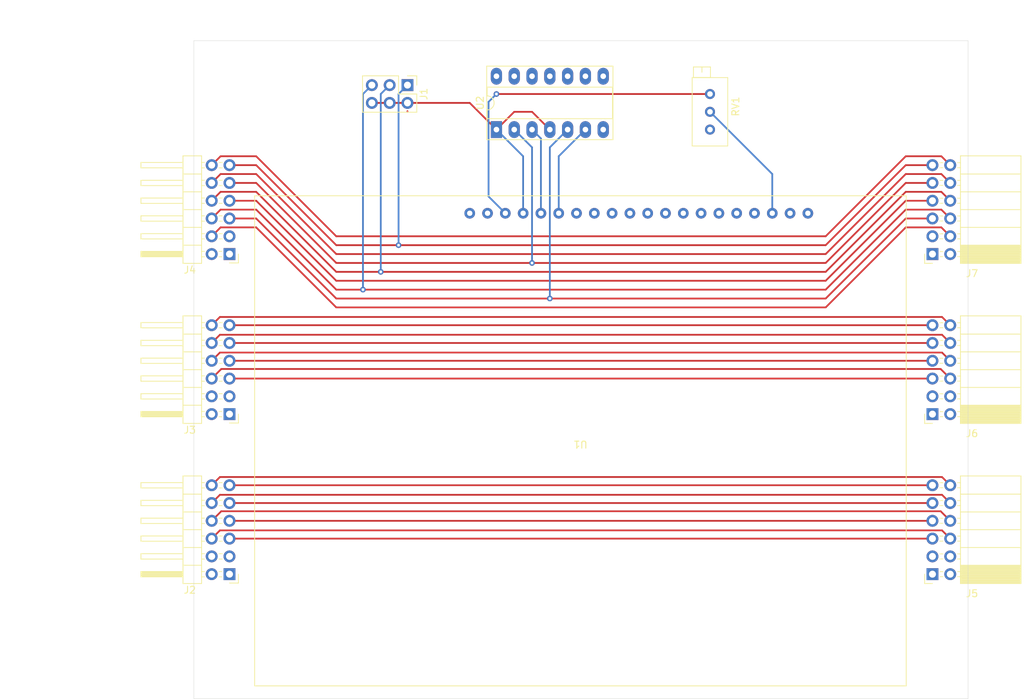
<source format=kicad_pcb>
(kicad_pcb (version 20211014) (generator pcbnew)
  (layers (0 "F.Cu" signal) (31 "B.Cu" signal) (34 "B.Paste" user "B.Plakken") (35 "F.Paste" user "F.Plakken") (36 "B.SilkS" user "B.Silkscreen") (37 "F.SilkS" user "F.Silkscreen") (38 "B.Mask" user) (39 "F.Mask" user "F. masker") (44 "Edge.Cuts" user))
  (net 0 "")
  (net 1 "SCL")
  (net 2 "SDA")
  (net 3 "PMOD_UART_INT")
  (net 4 "PMOD_UART_CTS")
  (net 5 "PMOD_UART_TXD")
  (net 6 "PMOD_UART_GPIO3")
  (net 7 "PMOD_UART_RXD")
  (net 8 "PMOD_UART_GPIO4")
  (net 9 "PMOD_UART_RTS")
  (net 10 "PMOD_SPI_INT")
  (net 11 "PMOD_SPI_CS")
  (net 12 "PMOD_SPI_RESET")
  (net 13 "PMOD_SPI_MOSI")
  (net 14 "PMOD_SPI_CS2")
  (net 15 "PMOD_SPI_MISO")
  (net 16 "PMOD_SPI_CS3")
  (net 17 "PMOD_SPI_SCK")
  (net 18 "PMOD_I2C_GPIO1")
  (net 19 "PMOD_I2C_INT")
  (net 20 "PMOD_I2C_GPIO2")
  (net 21 "PMOD_I2C_RESET")
  (net 22 "PMOD_I2C_GPIO3")
  (net 23 "PMOD_I2C_GPIO4")
  (net 24 "CS")
  (net 25 "Net-(U1-Pad18)")
  (net 29 "Net-(U1-Pad3)")
  (net 30 "SID")
  (net 31 "SCLK")
  (net 32 "VCC")
  (net 33 "GND")
  (net 34 "PMOD_UART_RESET")
  (footprint "Connector_PinHeader_2.54mm:PinHeader_2x06_P2.54mm_Horizontal" (layer "F.Cu") (at 63.5 119.38 180)
    (fp_text reference "J2" (at 5.655 -2.27) (layer "F.SilkS"))
    (fp_text value "~")
    (pad "1" thru_hole rect (at 0 0 180) (size 1.7 1.7) (drill 1) (layers *.Cu *.Mask) (net 32 "VCC"))
    (pad "2" thru_hole oval (at 2.54 0 180) (size 1.7 1.7) (drill 1) (layers *.Cu *.Mask) (net 32 "VCC"))
    (pad "3" thru_hole oval (at 0 2.54 180) (size 1.7 1.7) (drill 1) (layers *.Cu *.Mask) (net 33 "GND"))
    (pad "4" thru_hole oval (at 2.54 2.54 180) (size 1.7 1.7) (drill 1) (layers *.Cu *.Mask) (net 33 "GND"))
    (pad "5" thru_hole oval (at 0 5.08 180) (size 1.7 1.7) (drill 1) (layers *.Cu *.Mask) (net 2 "SDA"))
    (pad "6" thru_hole oval (at 2.54 5.08 180) (size 1.7 1.7) (drill 1) (layers *.Cu *.Mask) (net 23 "PMOD_I2C_GPIO4"))
    (pad "7" thru_hole oval (at 0 7.62 180) (size 1.7 1.7) (drill 1) (layers *.Cu *.Mask) (net 1 "SCL"))
    (pad "8" thru_hole oval (at 2.54 7.62 180) (size 1.7 1.7) (drill 1) (layers *.Cu *.Mask) (net 22 "PMOD_I2C_GPIO3"))
    (pad "9" thru_hole oval (at 0 10.16 180) (size 1.7 1.7) (drill 1) (layers *.Cu *.Mask) (net 21 "PMOD_I2C_RESET"))
    (pad "10" thru_hole oval (at 2.54 10.16 180) (size 1.7 1.7) (drill 1) (layers *.Cu *.Mask) (net 20 "PMOD_I2C_GPIO2"))
    (pad "11" thru_hole oval (at 0 12.7 180) (size 1.7 1.7) (drill 1) (layers *.Cu *.Mask) (net 19 "PMOD_I2C_INT"))
    (pad "12" thru_hole oval (at 2.54 12.7 180) (size 1.7 1.7) (drill 1) (layers *.Cu *.Mask) (net 18 "PMOD_I2C_GPIO1"))
  )
  (footprint "Connector_PinHeader_2.54mm:PinHeader_2x06_P2.54mm_Horizontal" (layer "F.Cu") (at 63.5 96.52 180)
    (fp_text reference "J3" (at 5.655 -2.27) (layer "F.SilkS"))
    (fp_text value "~")
    (pad "1" thru_hole rect (at 0 0 180) (size 1.7 1.7) (drill 1) (layers *.Cu *.Mask) (net 32 "VCC"))
    (pad "2" thru_hole oval (at 2.54 0 180) (size 1.7 1.7) (drill 1) (layers *.Cu *.Mask) (net 32 "VCC"))
    (pad "3" thru_hole oval (at 0 2.54 180) (size 1.7 1.7) (drill 1) (layers *.Cu *.Mask) (net 33 "GND"))
    (pad "4" thru_hole oval (at 2.54 2.54 180) (size 1.7 1.7) (drill 1) (layers *.Cu *.Mask) (net 33 "GND"))
    (pad "5" thru_hole oval (at 0 5.08 180) (size 1.7 1.7) (drill 1) (layers *.Cu *.Mask) (net 9 "PMOD_UART_RTS"))
    (pad "6" thru_hole oval (at 2.54 5.08 180) (size 1.7 1.7) (drill 1) (layers *.Cu *.Mask) (net 8 "PMOD_UART_GPIO4"))
    (pad "7" thru_hole oval (at 0 7.62 180) (size 1.7 1.7) (drill 1) (layers *.Cu *.Mask) (net 7 "PMOD_UART_RXD"))
    (pad "8" thru_hole oval (at 2.54 7.62 180) (size 1.7 1.7) (drill 1) (layers *.Cu *.Mask) (net 6 "PMOD_UART_GPIO3"))
    (pad "9" thru_hole oval (at 0 10.16 180) (size 1.7 1.7) (drill 1) (layers *.Cu *.Mask) (net 5 "PMOD_UART_TXD"))
    (pad "10" thru_hole oval (at 2.54 10.16 180) (size 1.7 1.7) (drill 1) (layers *.Cu *.Mask) (net 34 "PMOD_UART_RESET"))
    (pad "11" thru_hole oval (at 0 12.7 180) (size 1.7 1.7) (drill 1) (layers *.Cu *.Mask) (net 4 "PMOD_UART_CTS"))
    (pad "12" thru_hole oval (at 2.54 12.7 180) (size 1.7 1.7) (drill 1) (layers *.Cu *.Mask) (net 3 "PMOD_UART_INT"))
  )
  (footprint "Connector_PinHeader_2.54mm:PinHeader_2x06_P2.54mm_Horizontal" (layer "F.Cu") (at 63.5 73.66 180)
    (fp_text reference "J4" (at 5.655 -2.27) (layer "F.SilkS"))
    (fp_text value "~")
    (pad "1" thru_hole rect (at 0 0 180) (size 1.7 1.7) (drill 1) (layers *.Cu *.Mask) (net 32 "VCC"))
    (pad "2" thru_hole oval (at 2.54 0 180) (size 1.7 1.7) (drill 1) (layers *.Cu *.Mask) (net 32 "VCC"))
    (pad "3" thru_hole oval (at 0 2.54 180) (size 1.7 1.7) (drill 1) (layers *.Cu *.Mask) (net 33 "GND"))
    (pad "4" thru_hole oval (at 2.54 2.54 180) (size 1.7 1.7) (drill 1) (layers *.Cu *.Mask) (net 33 "GND"))
    (pad "5" thru_hole oval (at 0 5.08 180) (size 1.7 1.7) (drill 1) (layers *.Cu *.Mask) (net 17 "PMOD_SPI_SCK"))
    (pad "6" thru_hole oval (at 2.54 5.08 180) (size 1.7 1.7) (drill 1) (layers *.Cu *.Mask) (net 16 "PMOD_SPI_CS3"))
    (pad "7" thru_hole oval (at 0 7.62 180) (size 1.7 1.7) (drill 1) (layers *.Cu *.Mask) (net 15 "PMOD_SPI_MISO"))
    (pad "8" thru_hole oval (at 2.54 7.62 180) (size 1.7 1.7) (drill 1) (layers *.Cu *.Mask) (net 14 "PMOD_SPI_CS2"))
    (pad "9" thru_hole oval (at 0 10.16 180) (size 1.7 1.7) (drill 1) (layers *.Cu *.Mask) (net 13 "PMOD_SPI_MOSI"))
    (pad "10" thru_hole oval (at 2.54 10.16 180) (size 1.7 1.7) (drill 1) (layers *.Cu *.Mask) (net 12 "PMOD_SPI_RESET"))
    (pad "11" thru_hole oval (at 0 12.7 180) (size 1.7 1.7) (drill 1) (layers *.Cu *.Mask) (net 11 "PMOD_SPI_CS"))
    (pad "12" thru_hole oval (at 2.54 12.7 180) (size 1.7 1.7) (drill 1) (layers *.Cu *.Mask) (net 10 "PMOD_SPI_INT"))
  )
  (footprint "Connector_PinSocket_2.54mm:PinSocket_2x06_P2.54mm_Horizontal" (layer "F.Cu") (at 163.83 119.38 180)
    (fp_text reference "J5" (at -5.65 -2.77) (layer "F.SilkS"))
    (fp_text value "~")
    (pad "1" thru_hole rect (at 0 0 180) (size 1.7 1.7) (drill 1) (layers *.Cu *.Mask) (net 32 "VCC"))
    (pad "2" thru_hole oval (at -2.54 0 180) (size 1.7 1.7) (drill 1) (layers *.Cu *.Mask) (net 32 "VCC"))
    (pad "3" thru_hole oval (at 0 2.54 180) (size 1.7 1.7) (drill 1) (layers *.Cu *.Mask) (net 33 "GND"))
    (pad "4" thru_hole oval (at -2.54 2.54 180) (size 1.7 1.7) (drill 1) (layers *.Cu *.Mask) (net 33 "GND"))
    (pad "5" thru_hole oval (at 0 5.08 180) (size 1.7 1.7) (drill 1) (layers *.Cu *.Mask) (net 2 "SDA"))
    (pad "6" thru_hole oval (at -2.54 5.08 180) (size 1.7 1.7) (drill 1) (layers *.Cu *.Mask) (net 23 "PMOD_I2C_GPIO4"))
    (pad "7" thru_hole oval (at 0 7.62 180) (size 1.7 1.7) (drill 1) (layers *.Cu *.Mask) (net 1 "SCL"))
    (pad "8" thru_hole oval (at -2.54 7.62 180) (size 1.7 1.7) (drill 1) (layers *.Cu *.Mask) (net 22 "PMOD_I2C_GPIO3"))
    (pad "9" thru_hole oval (at 0 10.16 180) (size 1.7 1.7) (drill 1) (layers *.Cu *.Mask) (net 21 "PMOD_I2C_RESET"))
    (pad "10" thru_hole oval (at -2.54 10.16 180) (size 1.7 1.7) (drill 1) (layers *.Cu *.Mask) (net 20 "PMOD_I2C_GPIO2"))
    (pad "11" thru_hole oval (at 0 12.7 180) (size 1.7 1.7) (drill 1) (layers *.Cu *.Mask) (net 19 "PMOD_I2C_INT"))
    (pad "12" thru_hole oval (at -2.54 12.7 180) (size 1.7 1.7) (drill 1) (layers *.Cu *.Mask) (net 18 "PMOD_I2C_GPIO1"))
  )
  (footprint "Connector_PinSocket_2.54mm:PinSocket_2x06_P2.54mm_Horizontal" (layer "F.Cu") (at 163.83 73.66 180)
    (fp_text reference "J7" (at -5.65 -2.77) (layer "F.SilkS"))
    (fp_text value "~")
    (pad "1" thru_hole rect (at 0 0 180) (size 1.7 1.7) (drill 1) (layers *.Cu *.Mask) (net 32 "VCC"))
    (pad "2" thru_hole oval (at -2.54 0 180) (size 1.7 1.7) (drill 1) (layers *.Cu *.Mask) (net 32 "VCC"))
    (pad "3" thru_hole oval (at 0 2.54 180) (size 1.7 1.7) (drill 1) (layers *.Cu *.Mask) (net 33 "GND"))
    (pad "4" thru_hole oval (at -2.54 2.54 180) (size 1.7 1.7) (drill 1) (layers *.Cu *.Mask) (net 33 "GND"))
    (pad "5" thru_hole oval (at 0 5.08 180) (size 1.7 1.7) (drill 1) (layers *.Cu *.Mask) (net 17 "PMOD_SPI_SCK"))
    (pad "6" thru_hole oval (at -2.54 5.08 180) (size 1.7 1.7) (drill 1) (layers *.Cu *.Mask) (net 16 "PMOD_SPI_CS3"))
    (pad "7" thru_hole oval (at 0 7.62 180) (size 1.7 1.7) (drill 1) (layers *.Cu *.Mask) (net 15 "PMOD_SPI_MISO"))
    (pad "8" thru_hole oval (at -2.54 7.62 180) (size 1.7 1.7) (drill 1) (layers *.Cu *.Mask) (net 14 "PMOD_SPI_CS2"))
    (pad "9" thru_hole oval (at 0 10.16 180) (size 1.7 1.7) (drill 1) (layers *.Cu *.Mask) (net 13 "PMOD_SPI_MOSI"))
    (pad "10" thru_hole oval (at -2.54 10.16 180) (size 1.7 1.7) (drill 1) (layers *.Cu *.Mask) (net 12 "PMOD_SPI_RESET"))
    (pad "11" thru_hole oval (at 0 12.7 180) (size 1.7 1.7) (drill 1) (layers *.Cu *.Mask) (net 11 "PMOD_SPI_CS"))
    (pad "12" thru_hole oval (at -2.54 12.7 180) (size 1.7 1.7) (drill 1) (layers *.Cu *.Mask) (net 10 "PMOD_SPI_INT"))
  )
  (footprint "Potentiometer_THT:Potentiometer_Bourns_3296X_Horizontal" (layer "F.Cu") (at 132.08 55.88 -90)
    (fp_text reference "RV1" (at -3.3 -3.66 90) (layer "F.SilkS"))
    (fp_text value "R_Potentiometer")
    (pad "1" thru_hole circle (at 0 0 270) (size 1.44 1.44) (drill 0.8) (layers *.Cu *.Mask))
    (pad "2" thru_hole circle (at -2.54 0 270) (size 1.44 1.44) (drill 0.8) (layers *.Cu *.Mask) (net 25 "Net-(U1-Pad18)"))
    (pad "3" thru_hole circle (at -5.08 0 270) (size 1.44 1.44) (drill 0.8) (layers *.Cu *.Mask) (net 29 "Net-(U1-Pad3)"))
  )
  (footprint "Package_DIP:DIP-14_W7.62mm_Socket_LongPads" (layer "F.Cu") (at 101.6 55.88 90)
    (fp_text reference "U2" (at 3.81 -2.33 90) (layer "F.SilkS"))
    (fp_text value "7408")
    (pad "1" thru_hole rect (at 0 0 90) (size 2.4 1.6) (drill 0.8) (layers *.Cu *.Mask) (net 24 "CS"))
    (pad "2" thru_hole oval (at 0 2.54 90) (size 2.4 1.6) (drill 0.8) (layers *.Cu *.Mask) (net 13 "PMOD_SPI_MOSI"))
    (pad "3" thru_hole oval (at 0 5.08 90) (size 2.4 1.6) (drill 0.8) (layers *.Cu *.Mask) (net 30 "SID"))
    (pad "4" thru_hole oval (at 0 7.62 90) (size 2.4 1.6) (drill 0.8) (layers *.Cu *.Mask) (net 24 "CS"))
    (pad "5" thru_hole oval (at 0 10.16 90) (size 2.4 1.6) (drill 0.8) (layers *.Cu *.Mask) (net 17 "PMOD_SPI_SCK"))
    (pad "6" thru_hole oval (at 0 12.7 90) (size 2.4 1.6) (drill 0.8) (layers *.Cu *.Mask) (net 31 "SCLK"))
    (pad "7" thru_hole oval (at 0 15.24 90) (size 2.4 1.6) (drill 0.8) (layers *.Cu *.Mask) (net 33 "GND"))
    (pad "8" thru_hole oval (at 7.62 15.24 90) (size 2.4 1.6) (drill 0.8) (layers *.Cu *.Mask))
    (pad "9" thru_hole oval (at 7.62 12.7 90) (size 2.4 1.6) (drill 0.8) (layers *.Cu *.Mask) (net 33 "GND"))
    (pad "10" thru_hole oval (at 7.62 10.16 90) (size 2.4 1.6) (drill 0.8) (layers *.Cu *.Mask) (net 33 "GND"))
    (pad "11" thru_hole oval (at 7.62 7.62 90) (size 2.4 1.6) (drill 0.8) (layers *.Cu *.Mask))
    (pad "12" thru_hole oval (at 7.62 5.08 90) (size 2.4 1.6) (drill 0.8) (layers *.Cu *.Mask) (net 33 "GND"))
    (pad "13" thru_hole oval (at 7.62 2.54 90) (size 2.4 1.6) (drill 0.8) (layers *.Cu *.Mask) (net 33 "GND"))
    (pad "14" thru_hole oval (at 7.62 0 90) (size 2.4 1.6) (drill 0.8) (layers *.Cu *.Mask) (net 32 "VCC"))
  )
  (footprint "Connector_PinSocket_2.54mm:PinSocket_2x06_P2.54mm_Horizontal" (layer "F.Cu") (at 163.83 96.52 180)
    (fp_text reference "J6" (at -5.65 -2.77) (layer "F.SilkS"))
    (fp_text value "~")
    (pad "1" thru_hole rect (at 0 0 180) (size 1.7 1.7) (drill 1) (layers *.Cu *.Mask) (net 32 "VCC"))
    (pad "2" thru_hole oval (at -2.54 0 180) (size 1.7 1.7) (drill 1) (layers *.Cu *.Mask) (net 32 "VCC"))
    (pad "3" thru_hole oval (at 0 2.54 180) (size 1.7 1.7) (drill 1) (layers *.Cu *.Mask) (net 33 "GND"))
    (pad "4" thru_hole oval (at -2.54 2.54 180) (size 1.7 1.7) (drill 1) (layers *.Cu *.Mask) (net 33 "GND"))
    (pad "5" thru_hole oval (at 0 5.08 180) (size 1.7 1.7) (drill 1) (layers *.Cu *.Mask) (net 9 "PMOD_UART_RTS"))
    (pad "6" thru_hole oval (at -2.54 5.08 180) (size 1.7 1.7) (drill 1) (layers *.Cu *.Mask) (net 8 "PMOD_UART_GPIO4"))
    (pad "7" thru_hole oval (at 0 7.62 180) (size 1.7 1.7) (drill 1) (layers *.Cu *.Mask) (net 7 "PMOD_UART_RXD"))
    (pad "8" thru_hole oval (at -2.54 7.62 180) (size 1.7 1.7) (drill 1) (layers *.Cu *.Mask) (net 6 "PMOD_UART_GPIO3"))
    (pad "9" thru_hole oval (at 0 10.16 180) (size 1.7 1.7) (drill 1) (layers *.Cu *.Mask) (net 5 "PMOD_UART_TXD"))
    (pad "10" thru_hole oval (at -2.54 10.16 180) (size 1.7 1.7) (drill 1) (layers *.Cu *.Mask) (net 34 "PMOD_UART_RESET"))
    (pad "11" thru_hole oval (at 0 12.7 180) (size 1.7 1.7) (drill 1) (layers *.Cu *.Mask) (net 4 "PMOD_UART_CTS"))
    (pad "12" thru_hole oval (at -2.54 12.7 180) (size 1.7 1.7) (drill 1) (layers *.Cu *.Mask) (net 3 "PMOD_UART_INT"))
  )
  (footprint "Connector_PinHeader_2.54mm:PinHeader_2x03_P2.54mm_Vertical" (layer "F.Cu") (at 88.9 49.53 -90)
    (fp_text reference "J1" (at 1.27 -2.33 90) (layer "F.SilkS"))
    (fp_text value "Conn_02x03_Odd_Even")
    (pad "1" thru_hole rect (at 0 0 270) (size 1.7 1.7) (drill 1) (layers *.Cu *.Mask) (net 11 "PMOD_SPI_CS"))
    (pad "2" thru_hole oval (at 2.54 0 270) (size 1.7 1.7) (drill 1) (layers *.Cu *.Mask) (net 24 "CS"))
    (pad "3" thru_hole oval (at 0 2.54 270) (size 1.7 1.7) (drill 1) (layers *.Cu *.Mask) (net 14 "PMOD_SPI_CS2"))
    (pad "4" thru_hole oval (at 2.54 2.54 270) (size 1.7 1.7) (drill 1) (layers *.Cu *.Mask) (net 24 "CS"))
    (pad "5" thru_hole oval (at 0 5.08 270) (size 1.7 1.7) (drill 1) (layers *.Cu *.Mask) (net 16 "PMOD_SPI_CS3"))
    (pad "6" thru_hole oval (at 2.54 5.08 270) (size 1.7 1.7) (drill 1) (layers *.Cu *.Mask) (net 24 "CS"))
  )
  (footprint "AvS_Modules:MOD_LCD_ST7920" (layer "F.Cu") (at 113.59 100.33 180)
    (fp_text reference "U1" (at 0 -0.5 180 unlocked) (layer "F.SilkS"))
    (fp_text value "MOD_LCD_ST7920")
    (pad "1" thru_hole circle (at 15.8 32.5 180) (size 1.524 1.524) (drill 0.762) (layers *.Cu *.Mask))
    (pad "2" thru_hole circle (at 13.26 32.5 180) (size 1.524 1.524) (drill 0.762) (layers *.Cu *.Mask))
    (pad "3" thru_hole circle (at 10.72 32.5 180) (size 1.524 1.524) (drill 0.762) (layers *.Cu *.Mask) (net 29 "Net-(U1-Pad3)"))
    (pad "4" thru_hole circle (at 8.18 32.5 180) (size 1.524 1.524) (drill 0.762) (layers *.Cu *.Mask) (net 24 "CS"))
    (pad "5" thru_hole circle (at 5.64 32.5 180) (size 1.524 1.524) (drill 0.762) (layers *.Cu *.Mask) (net 30 "SID"))
    (pad "6" thru_hole circle (at 3.1 32.5 180) (size 1.524 1.524) (drill 0.762) (layers *.Cu *.Mask) (net 31 "SCLK"))
    (pad "7" thru_hole circle (at 0.56 32.5 180) (size 1.524 1.524) (drill 0.762) (layers *.Cu *.Mask))
    (pad "8" thru_hole circle (at -1.98 32.5 180) (size 1.524 1.524) (drill 0.762) (layers *.Cu *.Mask))
    (pad "9" thru_hole circle (at -4.52 32.5 180) (size 1.524 1.524) (drill 0.762) (layers *.Cu *.Mask))
    (pad "10" thru_hole circle (at -7.06 32.5 180) (size 1.524 1.524) (drill 0.762) (layers *.Cu *.Mask))
    (pad "11" thru_hole circle (at -9.6 32.5 180) (size 1.524 1.524) (drill 0.762) (layers *.Cu *.Mask))
    (pad "12" thru_hole circle (at -12.14 32.5 180) (size 1.524 1.524) (drill 0.762) (layers *.Cu *.Mask))
    (pad "13" thru_hole circle (at -14.68 32.5 180) (size 1.524 1.524) (drill 0.762) (layers *.Cu *.Mask))
    (pad "14" thru_hole circle (at -17.22 32.5 180) (size 1.524 1.524) (drill 0.762) (layers *.Cu *.Mask))
    (pad "15" thru_hole circle (at -19.76 32.5 180) (size 1.524 1.524) (drill 0.762) (layers *.Cu *.Mask))
    (pad "16" thru_hole circle (at -22.3 32.5 180) (size 1.524 1.524) (drill 0.762) (layers *.Cu *.Mask))
    (pad "17" thru_hole circle (at -24.84 32.5 180) (size 1.524 1.524) (drill 0.762) (layers *.Cu *.Mask))
    (pad "18" thru_hole circle (at -27.38 32.5 180) (size 1.524 1.524) (drill 0.762) (layers *.Cu *.Mask) (net 25 "Net-(U1-Pad18)"))
    (pad "19" thru_hole circle (at -29.92 32.5 180) (size 1.524 1.524) (drill 0.762) (layers *.Cu *.Mask))
    (pad "20" thru_hole circle (at -32.46 32.5 180) (size 1.524 1.524) (drill 0.762) (layers *.Cu *.Mask))
  )
  (gr_line (start 168.91 43.18) (end 168.91 137.16) (layer "Edge.Cuts") (width 0.05))
  (gr_line (start 58.42 43.18) (end 168.91 43.18) (layer "Edge.Cuts") (width 0.05))
  (gr_line (start 58.42 137.16) (end 168.91 137.16) (layer "Edge.Cuts") (width 0.05))
  (gr_line (start 58.42 43.18) (end 58.42 137.16) (layer "Edge.Cuts") (width 0.05))
  (segment (start 88.9 53.34) (end 88.9 53.244511) (width 0.25) (layer "F.Cu") (net 0))
  (segment (start 63.5 111.76) (end 163.83 111.76) (width 0.25) (layer "F.Cu") (net 1))
  (segment (start 63.5 114.3) (end 163.83 114.3) (width 0.25) (layer "F.Cu") (net 2))
  (segment (start 60.96 83.82) (end 62.134511 82.645489) (width 0.25) (layer "F.Cu") (net 3))
  (segment (start 62.134511 82.645489) (end 165.195489 82.645489) (width 0.25) (layer "F.Cu") (net 3))
  (segment (start 165.195489 82.645489) (end 166.37 83.82) (width 0.25) (layer "F.Cu") (net 3))
  (segment (start 163.83 83.82) (end 63.5 83.82) (width 0.25) (layer "F.Cu") (net 4))
  (segment (start 163.83 86.36) (end 63.5 86.36) (width 0.25) (layer "F.Cu") (net 5))
  (segment (start 60.96 88.9) (end 62.134511 87.725489) (width 0.25) (layer "F.Cu") (net 6))
  (segment (start 165.195489 87.725489) (end 166.37 88.9) (width 0.25) (layer "F.Cu") (net 6))
  (segment (start 62.134511 87.725489) (end 165.195489 87.725489) (width 0.25) (layer "F.Cu") (net 6))
  (segment (start 163.83 88.9) (end 63.5 88.9) (width 0.25) (layer "F.Cu") (net 7))
  (segment (start 62.325489 90.074511) (end 165.004511 90.074511) (width 0.25) (layer "F.Cu") (net 8))
  (segment (start 60.96 91.44) (end 62.325489 90.074511) (width 0.25) (layer "F.Cu") (net 8))
  (segment (start 165.004511 90.074511) (end 166.37 91.44) (width 0.25) (layer "F.Cu") (net 8))
  (segment (start 163.83 91.44) (end 63.5 91.44) (width 0.25) (layer "F.Cu") (net 9))
  (segment (start 160.02 59.69) (end 148.59 71.12) (width 0.25) (layer "F.Cu") (net 10))
  (segment (start 60.96 60.96) (end 62.23 59.69) (width 0.25) (layer "F.Cu") (net 10))
  (segment (start 67.31 59.69) (end 78.74 71.12) (width 0.25) (layer "F.Cu") (net 10))
  (segment (start 78.74 71.12) (end 148.59 71.12) (width 0.25) (layer "F.Cu") (net 10))
  (segment (start 166.37 60.96) (end 165.1 59.69) (width 0.25) (layer "F.Cu") (net 10))
  (segment (start 62.23 59.69) (end 67.31 59.69) (width 0.25) (layer "F.Cu") (net 10))
  (segment (start 165.1 59.69) (end 160.02 59.69) (width 0.25) (layer "F.Cu") (net 10))
  (segment (start 78.74 72.39) (end 67.31 60.96) (width 0.25) (layer "F.Cu") (net 11))
  (segment (start 148.59 72.39) (end 160.02 60.96) (width 0.25) (layer "F.Cu") (net 11))
  (segment (start 160.02 60.96) (end 163.83 60.96) (width 0.25) (layer "F.Cu") (net 11))
  (segment (start 148.59 72.39) (end 78.74 72.39) (width 0.25) (layer "F.Cu") (net 11))
  (segment (start 67.31 60.96) (end 63.5 60.96) (width 0.25) (layer "F.Cu") (net 11))
  (via (at 87.63 72.39) (size 0.8) (drill 0.4) (layers "F.Cu" "B.Cu") (net 11))
  (segment (start 87.63 50.8) (end 87.63 72.39) (width 0.25) (layer "B.Cu") (net 11))
  (segment (start 88.9 49.53) (end 87.63 50.8) (width 0.25) (layer "B.Cu") (net 11))
  (segment (start 165.1 62.23) (end 166.37 63.5) (width 0.25) (layer "F.Cu") (net 12))
  (segment (start 160.02 62.23) (end 165.1 62.23) (width 0.25) (layer "F.Cu") (net 12))
  (segment (start 78.74 73.66) (end 148.59 73.66) (width 0.25) (layer "F.Cu") (net 12))
  (segment (start 67.31 62.23) (end 78.74 73.66) (width 0.25) (layer "F.Cu") (net 12))
  (segment (start 62.23 62.23) (end 67.31 62.23) (width 0.25) (layer "F.Cu") (net 12))
  (segment (start 60.96 63.5) (end 62.23 62.23) (width 0.25) (layer "F.Cu") (net 12))
  (segment (start 148.59 73.66) (end 160.02 62.23) (width 0.25) (layer "F.Cu") (net 12))
  (segment (start 78.74 74.93) (end 67.31 63.5) (width 0.25) (layer "F.Cu") (net 13))
  (segment (start 163.83 63.5) (end 160.02 63.5) (width 0.25) (layer "F.Cu") (net 13))
  (segment (start 148.59 74.93) (end 78.74 74.93) (width 0.25) (layer "F.Cu") (net 13))
  (segment (start 160.02 63.5) (end 148.59 74.93) (width 0.25) (layer "F.Cu") (net 13))
  (segment (start 67.31 63.5) (end 63.5 63.5) (width 0.25) (layer "F.Cu") (net 13))
  (via (at 106.68 74.93) (size 0.8) (drill 0.4) (layers "F.Cu" "B.Cu") (net 13))
  (segment (start 104.14 55.88) (end 106.68 58.42) (width 0.25) (layer "B.Cu") (net 13))
  (segment (start 106.68 58.42) (end 106.68 74.93) (width 0.25) (layer "B.Cu") (net 13))
  (segment (start 78.74 76.2) (end 148.59 76.2) (width 0.25) (layer "F.Cu") (net 14))
  (segment (start 160.02 64.77) (end 165.1 64.77) (width 0.25) (layer "F.Cu") (net 14))
  (segment (start 165.1 64.77) (end 166.37 66.04) (width 0.25) (layer "F.Cu") (net 14))
  (segment (start 67.31 64.77) (end 78.74 76.2) (width 0.25) (layer "F.Cu") (net 14))
  (segment (start 60.96 66.04) (end 62.23 64.77) (width 0.25) (layer "F.Cu") (net 14))
  (segment (start 62.23 64.77) (end 67.31 64.77) (width 0.25) (layer "F.Cu") (net 14))
  (segment (start 148.59 76.2) (end 160.02 64.77) (width 0.25) (layer "F.Cu") (net 14))
  (via (at 85.09 76.2) (size 0.8) (drill 0.4) (layers "F.Cu" "B.Cu") (net 14))
  (segment (start 85.09 50.8) (end 85.09 76.2) (width 0.25) (layer "B.Cu") (net 14))
  (segment (start 86.36 49.53) (end 85.09 50.8) (width 0.25) (layer "B.Cu") (net 14))
  (segment (start 148.59 77.47) (end 78.74 77.47) (width 0.25) (layer "F.Cu") (net 15))
  (segment (start 160.02 66.04) (end 148.59 77.47) (width 0.25) (layer "F.Cu") (net 15))
  (segment (start 78.74 77.47) (end 67.31 66.04) (width 0.25) (layer "F.Cu") (net 15))
  (segment (start 67.31 66.04) (end 63.5 66.04) (width 0.25) (layer "F.Cu") (net 15))
  (segment (start 163.83 66.04) (end 160.02 66.04) (width 0.25) (layer "F.Cu") (net 15))
  (segment (start 62.23 67.31) (end 67.31 67.31) (width 0.25) (layer "F.Cu") (net 16))
  (segment (start 67.31 67.31) (end 78.74 78.74) (width 0.25) (layer "F.Cu") (net 16))
  (segment (start 148.59 78.74) (end 160.02 67.31) (width 0.25) (layer "F.Cu") (net 16))
  (segment (start 60.96 68.58) (end 62.23 67.31) (width 0.25) (layer "F.Cu") (net 16))
  (segment (start 78.74 78.74) (end 148.59 78.74) (width 0.25) (layer "F.Cu") (net 16))
  (segment (start 160.02 67.31) (end 165.1 67.31) (width 0.25) (layer "F.Cu") (net 16))
  (segment (start 165.1 67.31) (end 166.37 68.58) (width 0.25) (layer "F.Cu") (net 16))
  (via (at 82.55 78.74) (size 0.8) (drill 0.4) (layers "F.Cu" "B.Cu") (net 16))
  (segment (start 83.82 49.53) (end 82.55 50.8) (width 0.25) (layer "B.Cu") (net 16))
  (segment (start 82.55 50.8) (end 82.55 78.74) (width 0.25) (layer "B.Cu") (net 16))
  (segment (start 160.02 68.58) (end 148.59 80.01) (width 0.25) (layer "F.Cu") (net 17))
  (segment (start 109.22 80.01) (end 78.74 80.01) (width 0.25) (layer "F.Cu") (net 17))
  (segment (start 78.74 80.01) (end 67.31 68.58) (width 0.25) (layer "F.Cu") (net 17))
  (segment (start 163.83 68.58) (end 160.02 68.58) (width 0.25) (layer "F.Cu") (net 17))
  (segment (start 148.59 80.01) (end 109.22 80.01) (width 0.25) (layer "F.Cu") (net 17))
  (segment (start 67.31 68.58) (end 63.5 68.58) (width 0.25) (layer "F.Cu") (net 17))
  (via (at 109.22 80.01) (size 0.8) (drill 0.4) (layers "F.Cu" "B.Cu") (net 17))
  (segment (start 111.76 55.88) (end 109.22 58.42) (width 0.25) (layer "B.Cu") (net 17))
  (segment (start 109.22 58.42) (end 109.22 80.01) (width 0.25) (layer "B.Cu") (net 17))
  (segment (start 62.134511 105.505489) (end 165.195489 105.505489) (width 0.25) (layer "F.Cu") (net 18))
  (segment (start 60.96 106.68) (end 62.134511 105.505489) (width 0.25) (layer "F.Cu") (net 18))
  (segment (start 165.195489 105.505489) (end 166.37 106.68) (width 0.25) (layer "F.Cu") (net 18))
  (segment (start 63.5 106.68) (end 163.83 106.68) (width 0.25) (layer "F.Cu") (net 19))
  (segment (start 166.37 109.22) (end 165.195489 108.045489) (width 0.25) (layer "F.Cu") (net 20))
  (segment (start 62.134511 108.045489) (end 60.96 109.22) (width 0.25) (layer "F.Cu") (net 20))
  (segment (start 165.195489 108.045489) (end 62.134511 108.045489) (width 0.25) (layer "F.Cu") (net 20))
  (segment (start 163.83 109.22) (end 63.5 109.22) (width 0.25) (layer "F.Cu") (net 21))
  (segment (start 60.96 111.76) (end 62.325489 110.394511) (width 0.25) (layer "F.Cu") (net 22))
  (segment (start 62.325489 110.394511) (end 165.004511 110.394511) (width 0.25) (layer "F.Cu") (net 22))
  (segment (start 165.004511 110.394511) (end 166.37 111.76) (width 0.25) (layer "F.Cu") (net 22))
  (segment (start 166.37 114.3) (end 165.195489 113.125489) (width 0.25) (layer "F.Cu") (net 23))
  (segment (start 62.134511 113.125489) (end 60.96 114.3) (width 0.25) (layer "F.Cu") (net 23))
  (segment (start 165.195489 113.125489) (end 62.134511 113.125489) (width 0.25) (layer "F.Cu") (net 23))
  (segment (start 104.14 53.34) (end 106.68 53.34) (width 0.25) (layer "F.Cu") (net 24))
  (segment (start 106.68 53.34) (end 109.22 55.88) (width 0.25) (layer "F.Cu") (net 24))
  (segment (start 83.82 52.07) (end 88.9 52.07) (width 0.25) (layer "F.Cu") (net 24))
  (segment (start 88.9 52.07) (end 97.79 52.07) (width 0.25) (layer "F.Cu") (net 24))
  (segment (start 97.79 52.07) (end 101.6 55.88) (width 0.25) (layer "F.Cu") (net 24))
  (segment (start 101.6 55.88) (end 104.14 53.34) (width 0.25) (layer "F.Cu") (net 24))
  (segment (start 105.41 59.69) (end 101.6 55.88) (width 0.25) (layer "B.Cu") (net 24))
  (segment (start 105.41 67.83) (end 105.41 59.69) (width 0.25) (layer "B.Cu") (net 24))
  (segment (start 140.97 62.23) (end 132.08 53.34) (width 0.25) (layer "B.Cu") (net 25))
  (segment (start 140.97 67.83) (end 140.97 62.23) (width 0.25) (layer "B.Cu") (net 25))
  (segment (start 132.08 50.8) (end 101.6 50.8) (width 0.25) (layer "F.Cu") (net 29))
  (via (at 101.6 50.8) (size 0.8) (drill 0.4) (layers "F.Cu" "B.Cu") (net 29))
  (segment (start 101.6 50.8) (end 100.475489 51.924511) (width 0.25) (layer "B.Cu") (net 29))
  (segment (start 100.475489 65.435489) (end 102.87 67.83) (width 0.25) (layer "B.Cu") (net 29))
  (segment (start 100.475489 51.924511) (end 100.475489 65.435489) (width 0.25) (layer "B.Cu") (net 29))
  (segment (start 107.95 57.15) (end 106.68 55.88) (width 0.25) (layer "B.Cu") (net 30))
  (segment (start 107.95 67.83) (end 107.95 57.15) (width 0.25) (layer "B.Cu") (net 30))
  (segment (start 110.49 59.69) (end 114.3 55.88) (width 0.25) (layer "B.Cu") (net 31))
  (segment (start 110.49 67.83) (end 110.49 59.69) (width 0.25) (layer "B.Cu") (net 31))
  (segment (start 166.37 71.12) (end 165.1 69.85) (width 0.25) (layer "F.Cu") (net 33))
  (segment (start 78.74 81.28) (end 148.59 81.28) (width 0.25) (layer "F.Cu") (net 33))
  (segment (start 67.31 69.85) (end 78.74 81.28) (width 0.25) (layer "F.Cu") (net 33))
  (segment (start 160.02 69.85) (end 148.59 81.28) (width 0.25) (layer "F.Cu") (net 33))
  (segment (start 60.96 71.12) (end 62.23 69.85) (width 0.25) (layer "F.Cu") (net 33))
  (segment (start 62.23 69.85) (end 67.31 69.85) (width 0.25) (layer "F.Cu") (net 33))
  (segment (start 165.1 69.85) (end 160.02 69.85) (width 0.25) (layer "F.Cu") (net 33))
  (segment (start 60.96 86.36) (end 62.134511 85.185489) (width 0.25) (layer "F.Cu") (net 34))
  (segment (start 165.195489 85.185489) (end 166.37 86.36) (width 0.25) (layer "F.Cu") (net 34))
  (segment (start 62.134511 85.185489) (end 165.195489 85.185489) (width 0.25) (layer "F.Cu") (net 34))
)
</source>
